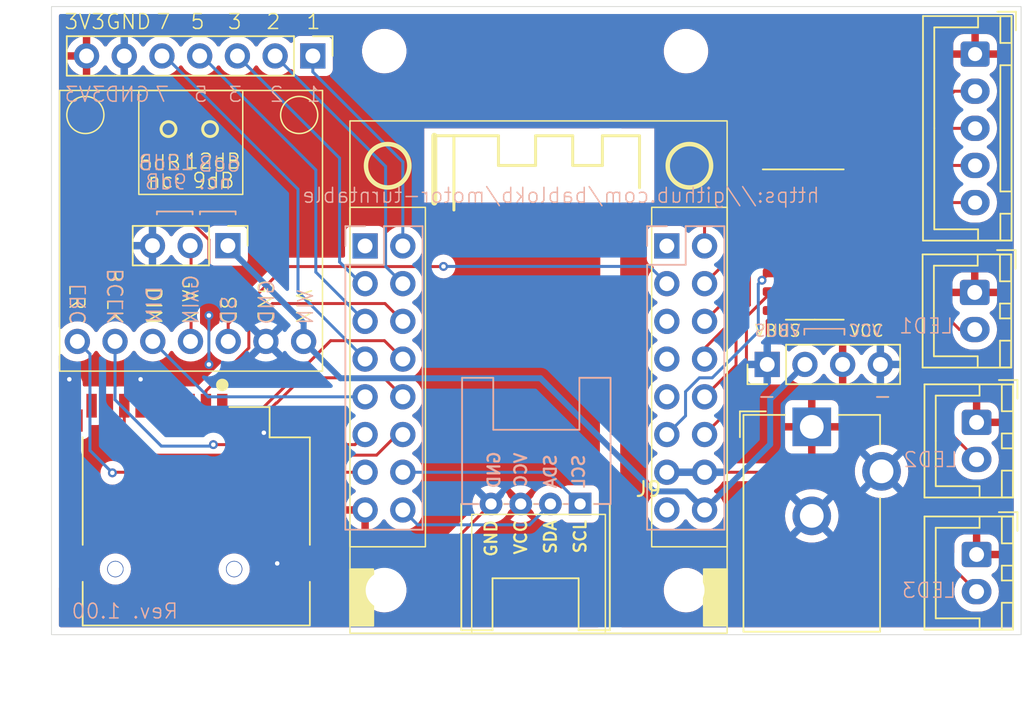
<source format=kicad_pcb>
(kicad_pcb (version 20221018) (generator pcbnew)
  (layers (0 "F.Cu" signal) (31 "B.Cu" signal) (34 "B.Paste" user) (35 "F.Paste" user) (36 "B.SilkS" user "B.Silkscreen") (37 "F.SilkS" user "F.Silkscreen") (38 "B.Mask" user) (39 "F.Mask" user) (44 "Edge.Cuts" user))
  (net 0 "")
  (net 2 "/GPIO1")
  (net 3 "/GPIO3")
  (net 4 "/GPIO2")
  (net 5 "/GPIO5")
  (net 6 "/GPIO4")
  (net 7 "/GPIO7")
  (net 8 "/GPIO6")
  (net 9 "/GPIO9")
  (net 10 "/GPIO8")
  (net 11 "/GPIO11")
  (net 12 "/GPIO10")
  (net 13 "/GPIO12")
  (net 14 "/GPIO13")
  (net 15 "+3V3")
  (net 16 "/GPIO14")
  (net 18 "/GPIO39")
  (net 19 "/GPIO37")
  (net 21 "/GPIO35")
  (net 23 "/GPIO33")
  (net 25 "/GPIO18")
  (net 26 "/GPIO17")
  (net 27 "/GPIO16")
  (net 29 "GND")
  (net 30 "/LED3")
  (net 31 "VBUS")
  (net 32 "VCC")
  (net 33 "/Orange")
  (net 34 "/Yellow")
  (net 35 "/Purple")
  (net 36 "/Blue")
  (net 37 "/LED1")
  (net 38 "/LED2")
  (net 42 "/I2S_GAIN")
  (net 43 "/GPIO38")
  (footprint "MountingHole:MountingHole_2.5mm" (layer "F.Cu") (at 118.13 116.1)
    (fp_text reference "H4" hide)
    (fp_text value "MountingHole")
    (pad "" np_thru_hole circle (at 0 0) (size 2.5 2.5) (drill 2.5) (layers "*.Cu" "*.Mask"))
  )
  (footprint "MountingHole:MountingHole_2.5mm" (layer "F.Cu") (at 118.13 79.8)
    (fp_text reference "H2" hide)
    (fp_text value "MountingHole")
    (pad "" np_thru_hole circle (at 0 0) (size 2.5 2.5) (drill 2.5) (layers "*.Cu" "*.Mask"))
  )
  (footprint "MountingHole:MountingHole_2.5mm" (layer "F.Cu") (at 97.81 79.8)
    (fp_text reference "H1" hide)
    (fp_text value "MountingHole")
    (pad "" np_thru_hole circle (at 0 0) (size 2.5 2.5) (drill 2.5) (layers "*.Cu" "*.Mask"))
  )
  (footprint "user:BarrelJack_CUI_PJ-102AH_Horizontal" (layer "F.Cu") (at 126.6 105.1)
    (fp_text reference "J11" hide)
    (fp_text value "Vin Barrel-Jack")
    (pad "1" thru_hole rect (at 0 0) (size 2.6 2.6) (drill 1.6) (layers "*.Cu" "*.Mask") (net 32 "VCC"))
    (pad "2" thru_hole circle (at 0 6) (size 2.6 2.6) (drill 1.6) (layers "*.Cu" "*.Mask") (net 29 "GND"))
    (pad "3" thru_hole circle (at 4.7 3) (size 2.6 2.6) (drill 1.6) (layers "*.Cu" "*.Mask") (net 29 "GND"))
  )
  (footprint "Connector_PinHeader_2.54mm:PinHeader_1x04_P2.54mm_Vertical" (layer "F.Cu") (at 123.6 100.9 90)
    (fp_text reference "J3" hide)
    (fp_text value "Conn_PWR")
    (pad "1" thru_hole rect (at 0 0 90) (size 1.7 1.7) (drill 1) (layers "*.Cu" "*.Mask") (net 29 "GND"))
    (pad "2" thru_hole oval (at 0 2.54 90) (size 1.7 1.7) (drill 1) (layers "*.Cu" "*.Mask") (net 31 "VBUS"))
    (pad "3" thru_hole oval (at 0 5.08 90) (size 1.7 1.7) (drill 1) (layers "*.Cu" "*.Mask") (net 32 "VCC"))
    (pad "4" thru_hole oval (at 0 7.62 90) (size 1.7 1.7) (drill 1) (layers "*.Cu" "*.Mask") (net 29 "GND"))
  )
  (footprint "Connector_PinHeader_2.54mm:PinHeader_1x03_P2.54mm_Vertical" (layer "F.Cu") (at 87.28 92.9 -90)
    (fp_text reference "JP1" hide)
    (fp_text value "JMP_GAIN")
    (pad "1" thru_hole rect (at 0 0 270) (size 1.7 1.7) (drill 1) (layers "*.Cu" "*.Mask") (net 31 "VBUS"))
    (pad "2" thru_hole oval (at 0 2.54 270) (size 1.7 1.7) (drill 1) (layers "*.Cu" "*.Mask") (net 42 "/I2S_GAIN"))
    (pad "3" thru_hole oval (at 0 5.08 270) (size 1.7 1.7) (drill 1) (layers "*.Cu" "*.Mask") (net 29 "GND"))
  )
  (footprint "Connector_JST:JST_XH_B2B-XH-A_1x02_P2.50mm_Vertical" (layer "F.Cu") (at 137.575 96.05 -90)
    (fp_text reference "J5" hide)
    (fp_text value "Conn_LED1")
    (pad "1" thru_hole roundrect (at 0 0 270) (size 1.7 2) (drill 1) (layers "*.Cu" "*.Mask") (roundrect_rratio 0.1470588235) (net 32 "VCC"))
    (pad "2" thru_hole oval (at 2.5 0 270) (size 1.7 2) (drill 1) (layers "*.Cu" "*.Mask") (net 37 "/LED1"))
  )
  (footprint "user:Lolin_S2_Mini" (layer "F.Cu") (at 95.5 84.5)
    (fp_text reference "REF**" hide)
    (fp_text value "Lolin_S2_Mini")
    (zone (net 0) (net_name "") (layers "F&B.Cu" "F.SilkS") (connect_pads (clearance 0)) (min_thickness 0.25)
      (keepout (tracks not_allowed) (vias not_allowed) (pads not_allowed) (copperpour not_allowed) (footprints allowed))
      (fill (thermal_gap 0.5) (thermal_bridge_width 0.5))
      (polygon (pts (xy 100.5 85) (xy 116 85) (xy 116 90) (xy 100.5 90)))
    )
  )
  (footprint "user:MAX98357A_Breakout" (layer "F.Cu") (at 92.38 99.35 -90)
    (fp_text reference "J7" hide)
    (fp_text value "Conn_I2S")
    (fp_text user "GND" (at -1.07 3.19 -90 unlocked) (layer "F.SilkS") (effects (font (thickness 0.1)) (justify right bottom)))
    (fp_text user "LRC" (at -1.05 15.86 -90 unlocked) (layer "F.SilkS") (effects (font (thickness 0.1)) (justify right bottom)))
    (fp_text user "DIN" (at -1.06 10.68 -90 unlocked) (layer "F.SilkS") (effects (font (thickness 0.1)) (justify right bottom)))
    (fp_text user "SD" (at -1.07 5.68 -90 unlocked) (layer "F.SilkS") (effects (font (thickness 0.1)) (justify right bottom)))
    (fp_text user "BCLK" (at -1.06 13.31 -90 unlocked) (layer "F.SilkS") (effects (font (thickness 0.1)) (justify right bottom)))
    (fp_text user "GAIN" (at -1.06 8.27 -90 unlocked) (layer "F.SilkS") (effects (font (thickness 0.1)) (justify right bottom)))
    (fp_text user "VIN" (at -1.06 0.6 -90 unlocked) (layer "F.SilkS") (effects (font (thickness 0.1)) (justify right bottom)))
    (pad "1" thru_hole circle (at 0 0 270) (size 1.7 1.7) (drill 1) (layers "*.Cu" "*.Mask") (net 31 "VBUS"))
    (pad "2" thru_hole circle (at 0 2.54 270) (size 1.7 1.7) (drill 1) (layers "*.Cu" "*.Mask") (net 29 "GND"))
    (pad "3" thru_hole circle (at 0 5.08 270) (size 1.7 1.7) (drill 1) (layers "*.Cu" "*.Mask") (net 43 "/GPIO38"))
    (pad "4" thru_hole circle (at 0 7.62 270) (size 1.7 1.7) (drill 1) (layers "*.Cu" "*.Mask") (net 42 "/I2S_GAIN"))
    (pad "5" thru_hole circle (at 0 10.16 270) (size 1.7 1.7) (drill 1) (layers "*.Cu" "*.Mask") (net 9 "/GPIO9"))
    (pad "6" thru_hole circle (at 0 12.7 270) (size 1.7 1.7) (drill 1) (layers "*.Cu" "*.Mask") (net 11 "/GPIO11"))
    (pad "7" thru_hole circle (at 0 15.24 270) (size 1.7 1.7) (drill 1) (layers "*.Cu" "*.Mask") (net 13 "/GPIO12"))
  )
  (footprint "user:grove_horizontal" (layer "F.Cu") (at 108 110.3)
    (fp_text reference "J9" (at 7.6 -1) (layer "F.SilkS"))
    (fp_text value "Grove")
    (fp_text user "SCL" (at 2.9 -2.2 -90) (layer "B.SilkS") (effects (font (size 0.8 0.8)) (justify mirror)))
    (fp_text user "VCC" (at -1 -2.3 -90) (layer "B.SilkS") (effects (font (size 0.8 0.8)) (justify mirror)))
    (fp_text user "SDA" (at 1 -2.2 -90) (layer "B.SilkS") (effects (font (size 0.8 0.8)) (justify mirror)))
    (fp_text user "GND" (at -2.8 -2.3 -90) (layer "B.SilkS") (effects (font (size 0.8 0.8)) (justify mirror)))
    (fp_text user "VCC" (at -1 2.238095 90) (layer "F.SilkS") (effects (font (size 0.8 0.8))))
    (fp_text user "SDA" (at 1 2.219048 90) (layer "F.SilkS") (effects (font (size 0.8 0.8))))
    (fp_text user "SCL" (at 3 2.2 90) (layer "F.SilkS") (effects (font (size 0.8 0.8))))
    (fp_text user "GND" (at -3 2.314286 90) (layer "F.SilkS") (effects (font (size 0.8 0.8))))
    (pad "1" thru_hole rect (at 3 0) (size 1.524 1.524) (drill 0.762) (layers "*.Cu" "*.Mask") (net 14 "/GPIO13"))
    (pad "2" thru_hole circle (at 1 0) (size 1.524 1.524) (drill 0.762) (layers "*.Cu" "*.Mask") (net 16 "/GPIO14"))
    (pad "3" thru_hole circle (at -1 0) (size 1.524 1.524) (drill 0.762) (layers "*.Cu" "*.Mask") (net 15 "+3V3"))
    (pad "4" thru_hole circle (at -3 0) (size 1.524 1.524) (drill 0.762) (layers "*.Cu" "*.Mask") (net 29 "GND"))
  )
  (footprint "user:TF-Push" (layer "F.Cu") (at 84.65 108.980278)
    (fp_text reference "J10" hide)
    (fp_text value "Micro_SD_TF_PUSH")
    (pad "" thru_hole circle (at -4.95 5.7) (size 1.1 1.1) (drill 1) (layers "*.Cu" "*.Mask"))
    (pad "" thru_hole circle (at 3.05 5.7) (size 1.1 1.1) (drill 1) (layers "*.Cu" "*.Mask"))
    (pad "1" smd rect (at 2.25 -5.3) (size 0.7 1.6) (layers "F.Cu" "F.Paste" "F.Mask"))
    (pad "2" smd rect (at 1.15 -5.3) (size 0.7 1.6) (layers "F.Cu" "F.Paste" "F.Mask") (net 6 "/GPIO4"))
    (pad "3" smd rect (at 0.05 -5.3) (size 0.7 1.6) (layers "F.Cu" "F.Paste" "F.Mask") (net 8 "/GPIO6"))
    (pad "4" smd rect (at -1.05 -5.3) (size 0.7 1.6) (layers "F.Cu" "F.Paste" "F.Mask") (net 15 "+3V3"))
    (pad "5" smd rect (at -2.15 -5.3) (size 0.7 1.6) (layers "F.Cu" "F.Paste" "F.Mask") (net 10 "/GPIO8"))
    (pad "6" smd rect (at -3.25 -5.3) (size 0.7 1.6) (layers "F.Cu" "F.Paste" "F.Mask") (net 29 "GND"))
    (pad "7" smd rect (at -4.35 -5.3) (size 0.7 1.6) (layers "F.Cu" "F.Paste" "F.Mask") (net 12 "/GPIO10"))
    (pad "8" smd rect (at -5.45 -5.3) (size 0.7 1.6) (layers "F.Cu" "F.Paste" "F.Mask"))
    (pad "10" smd rect (at -7.75 -4.3) (size 1.2 1.5) (layers "F.Cu" "F.Paste" "F.Mask") (net 29 "GND"))
    (pad "11" smd rect (at -7.75 5.3) (size 1.2 2.2) (layers "F.Cu" "F.Paste" "F.Mask") (net 29 "GND"))
    (pad "12" smd rect (at 7.75 5.3) (size 1.2 2.2) (layers "F.Cu" "F.Paste" "F.Mask") (net 29 "GND"))
    (pad "13" smd rect (at 6.85 -4.3) (size 1.6 1.5) (layers "F.Cu" "F.Paste" "F.Mask") (net 29 "GND"))
    (pad "CD" smd rect (at -6.55 -5.3) (size 0.7 1.6) (layers "F.Cu" "F.Paste" "F.Mask"))
  )
  (footprint "Connector_JST:JST_XH_B2B-XH-A_1x02_P2.50mm_Vertical" (layer "F.Cu") (at 137.7 104.8 -90)
    (fp_text reference "J12" hide)
    (fp_text value "Conn_LED2")
    (pad "1" thru_hole roundrect (at 0 0 270) (size 1.7 2) (drill 1) (layers "*.Cu" "*.Mask") (roundrect_rratio 0.1470588235) (net 32 "VCC"))
    (pad "2" thru_hole oval (at 2.5 0 270) (size 1.7 2) (drill 1) (layers "*.Cu" "*.Mask") (net 38 "/LED2"))
  )
  (footprint "Connector_JST:JST_XH_B5B-XH-A_1x05_P2.50mm_Vertical" (layer "F.Cu") (at 137.6 80 -90)
    (fp_text reference "J4" hide)
    (fp_text value "Conn_Motor")
    (pad "1" thru_hole roundrect (at 0 0 270) (size 1.7 1.95) (drill 0.95) (layers "*.Cu" "*.Mask") (roundrect_rratio 0.1470588235) (net 32 "VCC"))
    (pad "2" thru_hole oval (at 2.5 0 270) (size 1.7 1.95) (drill 0.95) (layers "*.Cu" "*.Mask") (net 33 "/Orange"))
    (pad "3" thru_hole oval (at 5 0 270) (size 1.7 1.95) (drill 0.95) (layers "*.Cu" "*.Mask") (net 34 "/Yellow"))
    (pad "4" thru_hole oval (at 7.5 0 270) (size 1.7 1.95) (drill 0.95) (layers "*.Cu" "*.Mask") (net 35 "/Purple"))
    (pad "5" thru_hole oval (at 10 0 270) (size 1.7 1.95) (drill 0.95) (layers "*.Cu" "*.Mask") (net 36 "/Blue"))
  )
  (footprint "Package_SO:SOP-16_3.9x9.9mm_P1.27mm" (layer "F.Cu") (at 126.8 92.825)
    (fp_text reference "U1" hide)
    (fp_text value "ULN2003A")
    (pad "1" smd roundrect (at -2.5 -4.445) (size 2 0.6) (layers "F.Cu" "F.Paste" "F.Mask") (net 18 "/GPIO39"))
    (pad "2" smd roundrect (at -2.5 -3.175) (size 2 0.6) (layers "F.Cu" "F.Paste" "F.Mask") (net 19 "/GPIO37"))
    (pad "3" smd roundrect (at -2.5 -1.905) (size 2 0.6) (layers "F.Cu" "F.Paste" "F.Mask") (net 21 "/GPIO35"))
    (pad "4" smd roundrect (at -2.5 -0.635) (size 2 0.6) (layers "F.Cu" "F.Paste" "F.Mask") (net 23 "/GPIO33"))
    (pad "5" smd roundrect (at -2.5 0.635) (size 2 0.6) (layers "F.Cu" "F.Paste" "F.Mask") (net 25 "/GPIO18"))
    (pad "6" smd roundrect (at -2.5 1.905) (size 2 0.6) (layers "F.Cu" "F.Paste" "F.Mask") (net 26 "/GPIO17"))
    (pad "7" smd roundrect (at -2.5 3.175) (size 2 0.6) (layers "F.Cu" "F.Paste" "F.Mask") (net 27 "/GPIO16"))
    (pad "8" smd roundrect (at -2.5 4.445) (size 2 0.6) (layers "F.Cu" "F.Paste" "F.Mask") (net 29 "GND"))
    (pad "9" smd roundrect (at 2.5 4.445) (size 2 0.6) (layers "F.Cu" "F.Paste" "F.Mask") (net 32 "VCC"))
    (pad "10" smd roundrect (at 2.5 3.175) (size 2 0.6) (layers "F.Cu" "F.Paste" "F.Mask") (net 30 "/LED3"))
    (pad "11" smd roundrect (at 2.5 1.905) (size 2 0.6) (layers "F.Cu" "F.Paste" "F.Mask") (net 38 "/LED2"))
    (pad "12" smd roundrect (at 2.5 0.635) (size 2 0.6) (layers "F.Cu" "F.Paste" "F.Mask") (net 37 "/LED1"))
    (pad "13" smd roundrect (at 2.5 -0.635) (size 2 0.6) (layers "F.Cu" "F.Paste" "F.Mask") (net 36 "/Blue"))
    (pad "14" smd roundrect (at 2.5 -1.905) (size 2 0.6) (layers "F.Cu" "F.Paste" "F.Mask") (net 35 "/Purple"))
    (pad "15" smd roundrect (at 2.5 -3.175) (size 2 0.6) (layers "F.Cu" "F.Paste" "F.Mask") (net 34 "/Yellow"))
    (pad "16" smd roundrect (at 2.5 -4.445) (size 2 0.6) (layers "F.Cu" "F.Paste" "F.Mask") (net 33 "/Orange"))
  )
  (footprint "MountingHole:MountingHole_2.5mm" (layer "F.Cu") (at 97.81 116.1)
    (fp_text reference "H3" hide)
    (fp_text value "MountingHole")
    (pad "" np_thru_hole circle (at 0 0) (size 2.5 2.5) (drill 2.5) (layers "*.Cu" "*.Mask"))
  )
  (footprint "Connector_JST:JST_XH_B2B-XH-A_1x02_P2.50mm_Vertical" (layer "F.Cu") (at 137.7 113.7 -90)
    (fp_text reference "J6" hide)
    (fp_text value "Conn_LED3")
    (pad "1" thru_hole roundrect (at 0 0 270) (size 1.7 2) (drill 1) (layers "*.Cu" "*.Mask") (roundrect_rratio 0.1470588235) (net 32 "VCC"))
    (pad "2" thru_hole oval (at 2.5 0 270) (size 1.7 2) (drill 1) (layers "*.Cu" "*.Mask") (net 30 "/LED3"))
  )
  (footprint "Connector_PinHeader_2.54mm:PinHeader_1x07_P2.54mm_Vertical" (layer "F.Cu") (at 93 80.125 -90)
    (fp_text reference "J8" hide)
    (fp_text value "Conn_BTN")
    (pad "1" thru_hole rect (at 0 0 270) (size 1.7 1.7) (drill 1) (layers "*.Cu" "*.Mask") (net 2 "/GPIO1"))
    (pad "2" thru_hole oval (at 0 2.54 270) (size 1.7 1.7) (drill 1) (layers "*.Cu" "*.Mask") (net 4 "/GPIO2"))
    (pad "3" thru_hole oval (at 0 5.08 270) (size 1.7 1.7) (drill 1) (layers "*.Cu" "*.Mask") (net 3 "/GPIO3"))
    (pad "4" thru_hole oval (at 0 7.62 270) (size 1.7 1.7) (drill 1) (layers "*.Cu" "*.Mask") (net 5 "/GPIO5"))
    (pad "5" thru_hole oval (at 0 10.16 270) (size 1.7 1.7) (drill 1) (layers "*.Cu" "*.Mask") (net 7 "/GPIO7"))
    (pad "6" thru_hole oval (at 0 12.7 270) (size 1.7 1.7) (drill 1) (layers "*.Cu" "*.Mask") (net 29 "GND"))
    (pad "7" thru_hole oval (at 0 15.24 270) (size 1.7 1.7) (drill 1) (layers "*.Cu" "*.Mask") (net 15 "+3V3"))
  )
  (footprint "Connector_PinSocket_2.54mm:PinSocket_2x08_P2.54mm_Vertical" (layer "B.Cu") (at 116.84 92.92 180)
    (fp_text reference "J2" hide)
    (fp_text value "Conn_S2_Right" hide)
    (pad "1" thru_hole rect (at 0 0 180) (size 1.7 1.7) (drill 1) (layers "*.Cu" "*.Mask"))
    (pad "2" thru_hole oval (at -2.54 0 180) (size 1.7 1.7) (drill 1) (layers "*.Cu" "*.Mask") (net 18 "/GPIO39"))
    (pad "3" thru_hole oval (at 0 -2.54 180) (size 1.7 1.7) (drill 1) (layers "*.Cu" "*.Mask") (net 43 "/GPIO38"))
    (pad "4" thru_hole oval (at -2.54 -2.54 180) (size 1.7 1.7) (drill 1) (layers "*.Cu" "*.Mask") (net 19 "/GPIO37"))
    (pad "5" thru_hole oval (at 0 -5.08 180) (size 1.7 1.7) (drill 1) (layers "*.Cu" "*.Mask"))
    (pad "6" thru_hole oval (at -2.54 -5.08 180) (size 1.7 1.7) (drill 1) (layers "*.Cu" "*.Mask") (net 21 "/GPIO35"))
    (pad "7" thru_hole oval (at 0 -7.62 180) (size 1.7 1.7) (drill 1) (layers "*.Cu" "*.Mask"))
    (pad "8" thru_hole oval (at -2.54 -7.62 180) (size 1.7 1.7) (drill 1) (layers "*.Cu" "*.Mask") (net 23 "/GPIO33"))
    (pad "9" thru_hole oval (at 0 -10.16 180) (size 1.7 1.7) (drill 1) (layers "*.Cu" "*.Mask"))
    (pad "10" thru_hole oval (at -2.54 -10.16 180) (size 1.7 1.7) (drill 1) (layers "*.Cu" "*.Mask") (net 25 "/GPIO18"))
    (pad "11" thru_hole oval (at 0 -12.7 180) (size 1.7 1.7) (drill 1) (layers "*.Cu" "*.Mask") (net 26 "/GPIO17"))
    (pad "12" thru_hole oval (at -2.54 -12.7 180) (size 1.7 1.7) (drill 1) (layers "*.Cu" "*.Mask") (net 27 "/GPIO16"))
    (pad "13" thru_hole oval (at 0 -15.24 180) (size 1.7 1.7) (drill 1) (layers "*.Cu" "*.Mask") (net 29 "GND"))
    (pad "14" thru_hole oval (at -2.54 -15.24 180) (size 1.7 1.7) (drill 1) (layers "*.Cu" "*.Mask") (net 29 "GND"))
    (pad "15" thru_hole oval (at 0 -17.78 180) (size 1.7 1.7) (drill 1) (layers "*.Cu" "*.Mask"))
    (pad "16" thru_hole oval (at -2.54 -17.78 180) (size 1.7 1.7) (drill 1) (layers "*.Cu" "*.Mask") (net 31 "VBUS"))
  )
  (footprint "Connector_PinSocket_2.54mm:PinSocket_2x08_P2.54mm_Vertical" (layer "B.Cu") (at 96.52 92.92 180)
    (fp_text reference "J1" hide)
    (fp_text value "Conn_S2_Left" hide)
    (pad "1" thru_hole rect (at 0 0 180) (size 1.7 1.7) (drill 1) (layers "*.Cu" "*.Mask"))
    (pad "2" thru_hole oval (at -2.54 0 180) (size 1.7 1.7) (drill 1) (layers "*.Cu" "*.Mask") (net 2 "/GPIO1"))
    (pad "3" thru_hole oval (at 0 -2.54 180) (size 1.7 1.7) (drill 1) (layers "*.Cu" "*.Mask") (net 3 "/GPIO3"))
    (pad "4" thru_hole oval (at -2.54 -2.54 180) (size 1.7 1.7) (drill 1) (layers "*.Cu" "*.Mask") (net 4 "/GPIO2"))
    (pad "5" thru_hole oval (at 0 -5.08 180) (size 1.7 1.7) (drill 1) (layers "*.Cu" "*.Mask") (net 5 "/GPIO5"))
    (pad "6" thru_hole oval (at -2.54 -5.08 180) (size 1.7 1.7) (drill 1) (layers "*.Cu" "*.Mask") (net 6 "/GPIO4"))
    (pad "7" thru_hole oval (at 0 -7.62 180) (size 1.7 1.7) (drill 1) (layers "*.Cu" "*.Mask") (net 7 "/GPIO7"))
    (pad "8" thru_hole oval (at -2.54 -7.62 180) (size 1.7 1.7) (drill 1) (layers "*.Cu" "*.Mask") (net 8 "/GPIO6"))
    (pad "9" thru_hole oval (at 0 -10.16 180) (size 1.7 1.7) (drill 1) (layers "*.Cu" "*.Mask") (net 9 "/GPIO9"))
    (pad "10" thru_hole oval (at -2.54 -10.16 180) (size 1.7 1.7) (drill 1) (layers "*.Cu" "*.Mask") (net 10 "/GPIO8"))
    (pad "11" thru_hole oval (at 0 -12.7 180) (size 1.7 1.7) (drill 1) (layers "*.Cu" "*.Mask") (net 11 "/GPIO11"))
    (pad "12" thru_hole oval (at -2.54 -12.7 180) (size 1.7 1.7) (drill 1) (layers "*.Cu" "*.Mask") (net 12 "/GPIO10"))
    (pad "13" thru_hole oval (at 0 -15.24 180) (size 1.7 1.7) (drill 1) (layers "*.Cu" "*.Mask") (net 13 "/GPIO12"))
    (pad "14" thru_hole oval (at -2.54 -15.24 180) (size 1.7 1.7) (drill 1) (layers "*.Cu" "*.Mask") (net 14 "/GPIO13"))
    (pad "15" thru_hole oval (at 0 -17.78 180) (size 1.7 1.7) (drill 1) (layers "*.Cu" "*.Mask") (net 15 "+3V3"))
    (pad "16" thru_hole oval (at -2.54 -17.78 180) (size 1.7 1.7) (drill 1) (layers "*.Cu" "*.Mask") (net 16 "/GPIO14"))
  )
  (gr_line (start 85.4 90.6) (end 85.4 90.8) (stroke (width 0.1)) (layer "B.SilkS"))
  (gr_line (start 84.9 90.6) (end 82.5 90.6) (stroke (width 0.1)) (layer "B.SilkS"))
  (gr_line (start 82.5 90.6) (end 82.5 90.8) (stroke (width 0.1)) (layer "B.SilkS"))
  (gr_line (start 87.8 90.6) (end 85.4 90.6) (stroke (width 0.1)) (layer "B.SilkS"))
  (gr_line (start 126.1 98.5) (end 128.8 98.5) (stroke (width 0.1)) (layer "B.SilkS"))
  (gr_line (start 84.9 90.8) (end 84.9 90.6) (stroke (width 0.1)) (layer "B.SilkS"))
  (gr_line (start 128.8 98.5) (end 128.8 98.9) (stroke (width 0.1)) (layer "B.SilkS"))
  (gr_line (start 126.1 98.9) (end 126.1 98.5) (stroke (width 0.1)) (layer "B.SilkS"))
  (gr_line (start 87.8 90.8) (end 87.8 90.6) (stroke (width 0.1)) (layer "B.SilkS"))
  (gr_line (start 126.1 98.5) (end 128.8 98.5) (stroke (width 0.1)) (layer "F.SilkS"))
  (gr_line (start 87.8 90.8) (end 87.8 90.6) (stroke (width 0.1)) (layer "F.SilkS"))
  (gr_line (start 84.9 90.8) (end 84.9 90.6) (stroke (width 0.1)) (layer "F.SilkS"))
  (gr_line (start 126.1 98.9) (end 126.1 98.5) (stroke (width 0.1)) (layer "F.SilkS"))
  (gr_line (start 84.9 90.6) (end 82.5 90.6) (stroke (width 0.1)) (layer "F.SilkS"))
  (gr_line (start 82.5 90.6) (end 82.5 90.8) (stroke (width 0.1)) (layer "F.SilkS"))
  (gr_line (start 85.4 90.6) (end 85.4 90.8) (stroke (width 0.1)) (layer "F.SilkS"))
  (gr_line (start 87.8 90.6) (end 85.4 90.6) (stroke (width 0.1)) (layer "F.SilkS"))
  (gr_line (start 128.8 98.5) (end 128.8 98.9) (stroke (width 0.1)) (layer "F.SilkS"))
  (gr_rect (start 75.4 76.8) (end 140.7 119.1) (stroke (width 0.05)) (fill none) (layer "Edge.Cuts"))
  (gr_text "1" (at 93.6 83.3) (layer "B.SilkS") (effects (font (size 1 1) (thickness 0.1)) (justify left bottom mirror)))
  (gr_text "7" (at 83.4 83.3) (layer "B.SilkS") (effects (font (size 1 1) (thickness 0.1)) (justify left bottom mirror)))
  (gr_text "DIN" (at 82.9 98.2 90) (layer "B.SilkS") (effects (font (size 1 1) (thickness 0.1)) (justify right bottom mirror)))
  (gr_text "GAIN" (at 85.4 98.3 90) (layer "B.SilkS") (effects (font (size 1 1) (thickness 0.1)) (justify right bottom mirror)))
  (gr_text "VBUS" (at 125.9 99.1) (layer "B.SilkS") (effects (font (size 0.8 0.8) (thickness 0.1)) (justify left bottom mirror)))
  (gr_text "LRC" (at 77.8 98.3 90) (layer "B.SilkS") (effects (font (size 1 1) (thickness 0.1)) (justify right bottom mirror)))
  (gr_text "SD" (at 87.9 98.3 90) (layer "B.SilkS") (effects (font (size 1 1) (thickness 0.1)) (justify right bottom mirror)))
  (gr_text "3V3" (at 79.1 83.3) (layer "B.SilkS") (effects (font (size 1 1) (thickness 0.1)) (justify left bottom mirror)))
  (gr_text "https://github.com/bablokb/motor-turntable" (at 127.2 90.1) (layer "B.SilkS") (effects (font (size 1 1) (thickness 0.1)) (justify left bottom mirror)))
  (gr_text "2" (at 91.1 83.3) (layer "B.SilkS") (effects (font (size 1 1) (thickness 0.1)) (justify left bottom mirror)))
  (gr_text "LED1" (at 136.2 98.9) (layer "B.SilkS") (effects (font (size 1 1) (thickness 0.1)) (justify left bottom mirror)))
  (gr_text "-" (at 132.038094 103.6) (layer "B.SilkS") (effects (font (size 1 1) (thickness 0.1)) (justify left bottom mirror)))
  (gr_text "VIN" (at 93.1 98.3 90) (layer "B.SilkS") (effects (font (size 1 1) (thickness 0.1)) (justify right bottom mirror)))
  (gr_text "GND" (at 82.1 83.3) (layer "B.SilkS") (effects (font (size 1 1) (thickness 0.1)) (justify left bottom mirror)))
  (gr_text "LED3" (at 136.4 116.7) (layer "B.SilkS") (effects (font (size 1 1) (thickness 0.1)) (justify left bottom mirror)))
  (gr_text "nc: 9dB" (at 87.6 89.2) (layer "B.SilkS") (effects (font (size 1 1) (thickness 0.1)) (justify left bottom mirror)))
  (gr_text "-" (at 124.238094 103.6) (layer "B.SilkS") (effects (font (size 1 1) (thickness 0.1)) (justify left bottom mirror)))
  (gr_text "5" (at 86 83.3) (layer "B.SilkS") (effects (font (size 1 1) (thickness 0.1)) (justify left bottom mirror)))
  (gr_text "BCLK" (at 80.3 98.3 90) (layer "B.SilkS") (effects (font (size 1 1) (thickness 0.1)) (justify right bottom mirror)))
  (gr_text "Rev. 1.00" (at 84 118.1) (layer "B.SilkS") (effects (font (size 1 1) (thickness 0.1)) (justify left bottom mirror)))
  (gr_text "6dB" (at 88.2 88) (layer "B.SilkS") (effects (font (size 1 1) (thickness 0.1)) (justify left bottom mirror)))
  (gr_text "12dB" (at 85.1 87.9) (layer "B.SilkS") (effects (font (size 1 1) (thickness 0.1)) (justify left bottom mirror)))
  (gr_text "GND" (at 90.5 98.3 90) (layer "B.SilkS") (effects (font (size 1 1) (thickness 0.1)) (justify right bottom mirror)))
  (gr_text "LED2" (at 136.5 107.9) (layer "B.SilkS") (effects (font (size 1 1) (thickness 0.1)) (justify left bottom mirror)))
  (gr_text "VCC" (at 131.4 99.1) (layer "B.SilkS") (effects (font (size 0.8 0.8) (thickness 0.1)) (justify left bottom mirror)))
  (gr_text "3" (at 88.3 83.3) (layer "B.SilkS") (effects (font (size 1 1) (thickness 0.1)) (justify left bottom mirror)))
  (gr_text "VCC" (at 129.1 99.1) (layer "F.SilkS") (effects (font (size 0.8 0.8) (thickness 0.1)) (justify left bottom)))
  (gr_text "3" (at 87.2 78.4) (layer "F.SilkS") (effects (font (size 1 1) (thickness 0.1)) (justify left bottom)))
  (gr_text "6dB" (at 81.209524 87.9) (layer "F.SilkS") (effects (font (size 1 1) (thickness 0.1)) (justify left bottom)))
  (gr_text "12dB" (at 84.309524 87.8) (layer "F.SilkS") (effects (font (size 1 1) (thickness 0.1)) (justify left bottom)))
  (gr_text "VBUS" (at 122.7 99.1) (layer "F.SilkS") (effects (font (size 0.8 0.8) (thickness 0.1)) (justify left bottom)))
  (gr_text "1" (at 92.5 78.4) (layer "F.SilkS") (effects (font (size 1 1) (thickness 0.1)) (justify left bottom)))
  (gr_text "-" (at 122.9 103.6) (layer "F.SilkS") (effects (font (size 1 1) (thickness 0.1)) (justify left bottom)))
  (gr_text "5" (at 84.7 78.4) (layer "F.SilkS") (effects (font (size 1 1) (thickness 0.1)) (justify left bottom)))
  (gr_text "2" (at 89.8 78.4) (layer "F.SilkS") (effects (font (size 1 1) (thickness 0.1)) (justify left bottom)))
  (gr_text "-" (at 130.7 103.6) (layer "F.SilkS") (effects (font (size 1 1) (thickness 0.1)) (justify left bottom)))
  (gr_text "nc: 9dB" (at 81.809524 89.1) (layer "F.SilkS") (effects (font (size 1 1) (thickness 0.1)) (justify left bottom)))
  (gr_text "3V3" (at 76.2 78.4) (layer "F.SilkS") (effects (font (size 1 1) (thickness 0.1)) (justify left bottom)))
  (gr_text "GND" (at 79 78.4) (layer "F.SilkS") (effects (font (size 1 1) (thickness 0.1)) (justify left bottom)))
  (gr_text "7" (at 82.4 78.4) (layer "F.SilkS") (effects (font (size 1 1) (thickness 0.1)) (justify left bottom)))
  (segment (start 93 80.125) (end 93 81.2) (width 0.2) (layer "B.Cu") (net 2))
  (segment (start 99.06 87.26) (end 99.06 92.92) (width 0.2) (layer "B.Cu") (net 2))
  (segment (start 93 81.2) (end 99.06 87.26) (width 0.2) (layer "B.Cu") (net 2))
  (segment (start 94.8 87.005) (end 87.92 80.125) (width 0.2) (layer "B.Cu") (net 3))
  (segment (start 96.26 95.46) (end 94.8 94) (width 0.2) (layer "B.Cu") (net 3))
  (segment (start 96.52 95.46) (end 96.26 95.46) (width 0.2) (layer "B.Cu") (net 3))
  (segment (start 94.8 94) (end 94.8 87.005) (width 0.2) (layer "B.Cu") (net 3))
  (segment (start 97.9 94.3) (end 97.9 87.565) (width 0.2) (layer "B.Cu") (net 4))
  (segment (start 97.9 87.565) (end 90.46 80.125) (width 0.2) (layer "B.Cu") (net 4))
  (segment (start 99.06 95.46) (end 97.9 94.3) (width 0.2) (layer "B.Cu") (net 4))
  (segment (start 93.2 94.68) (end 93.2 87.8) (width 0.2) (layer "B.Cu") (net 5))
  (segment (start 96.52 98) (end 93.2 94.68) (width 0.2) (layer "B.Cu") (net 5))
  (segment (start 85.525 80.125) (end 85.38 80.125) (width 0.2) (layer "B.Cu") (net 5))
  (segment (start 93.2 87.8) (end 85.525 80.125) (width 0.2) (layer "B.Cu") (net 5))
  (segment (start 88.69 98.383376) (end 90.273376 96.8) (width 0.2) (layer "F.Cu") (net 6))
  (segment (start 85.8 103.680278) (end 85.8 102.680278) (width 0.2) (layer "F.Cu") (net 6))
  (segment (start 85.8 102.680278) (end 88.69 99.790278) (width 0.2) (layer "F.Cu") (net 6))
  (segment (start 88.69 99.790278) (end 88.69 98.383376) (width 0.2) (layer "F.Cu") (net 6))
  (segment (start 90.273376 96.8) (end 97.86 96.8) (width 0.2) (layer "F.Cu") (net 6))
  (segment (start 97.86 96.8) (end 99.06 98) (width 0.2) (layer "F.Cu") (net 6))
  (segment (start 92 89.1) (end 83.025 80.125) (width 0.2) (layer "B.Cu") (net 7))
  (segment (start 96.52 100.54) (end 92 96.02) (width 0.2) (layer "B.Cu") (net 7))
  (segment (start 83.025 80.125) (end 82.84 80.125) (width 0.2) (layer "B.Cu") (net 7))
  (segment (start 92 96.02) (end 92 89.1) (width 0.2) (layer "B.Cu") (net 7))
  (segment (start 88.664592 104.8) (end 90.364592 103.1) (width 0.2) (layer "F.Cu") (net 8))
  (segment (start 90.4 103.1) (end 94.2 99.3) (width 0.2) (layer "F.Cu") (net 8))
  (segment (start 84.819722 104.8) (end 88.664592 104.8) (width 0.2) (layer "F.Cu") (net 8))
  (segment (start 90.364592 103.1) (end 90.4 103.1) (width 0.2) (layer "F.Cu") (net 8))
  (segment (start 84.7 104.680278) (end 84.819722 104.8) (width 0.2) (layer "F.Cu") (net 8))
  (segment (start 84.7 103.680278) (end 84.7 104.680278) (width 0.2) (layer "F.Cu") (net 8))
  (segment (start 97.82 99.3) (end 99.06 100.54) (width 0.2) (layer "F.Cu") (net 8))
  (segment (start 94.2 99.3) (end 97.82 99.3) (width 0.2) (layer "F.Cu") (net 8))
  (segment (start 85.95 103.08) (end 96.52 103.08) (width 0.2) (layer "B.Cu") (net 9))
  (segment (start 82.22 99.35) (end 85.95 103.08) (width 0.2) (layer "B.Cu") (net 9))
  (segment (start 90.565686 103.5) (end 92.265686 101.8) (width 0.2) (layer "F.Cu") (net 10))
  (segment (start 97.78 101.8) (end 99.06 103.08) (width 0.2) (layer "F.Cu") (net 10))
  (segment (start 83.119722 105.3) (end 88.730278 105.3) (width 0.2) (layer "F.Cu") (net 10))
  (segment (start 90.530278 103.5) (end 90.565686 103.5) (width 0.2) (layer "F.Cu") (net 10))
  (segment (start 92.265686 101.8) (end 97.78 101.8) (width 0.2) (layer "F.Cu") (net 10))
  (segment (start 88.730278 105.3) (end 90.530278 103.5) (width 0.2) (layer "F.Cu") (net 10))
  (segment (start 82.5 103.680278) (end 82.5 104.680278) (width 0.2) (layer "F.Cu") (net 10))
  (segment (start 82.5 104.680278) (end 83.119722 105.3) (width 0.2) (layer "F.Cu") (net 10))
  (segment (start 95.84 106.3) (end 96.52 105.62) (width 0.2) (layer "F.Cu") (net 11))
  (segment (start 86.3 106.3) (end 95.84 106.3) (width 0.2) (layer "F.Cu") (net 11))
  (via (at 86.3 106.3) (size 0.6) (drill 0.3) (layers "F.Cu" "B.Cu") (net 11))
  (segment (start 86.2 106.4) (end 86.3 106.3) (width 0.2) (layer "B.Cu") (net 11))
  (segment (start 82.8 106.4) (end 86.2 106.4) (width 0.2) (layer "B.Cu") (net 11))
  (segment (start 79.68 99.35) (end 79.68 103.28) (width 0.2) (layer "B.Cu") (net 11))
  (segment (start 79.68 103.28) (end 82.8 106.4) (width 0.2) (layer "B.Cu") (net 11))
  (segment (start 98.68 105.62) (end 99.06 105.62) (width 0.2) (layer "F.Cu") (net 12))
  (segment (start 81.561471 107.01) (end 97.29 107.01) (width 0.2) (layer "F.Cu") (net 12))
  (segment (start 97.29 107.01) (end 98.68 105.62) (width 0.2) (layer "F.Cu") (net 12))
  (segment (start 80.3 105.748529) (end 81.561471 107.01) (width 0.2) (layer "F.Cu") (net 12))
  (segment (start 80.3 103.680278) (end 80.3 105.748529) (width 0.2) (layer "F.Cu") (net 12))
  (segment (start 79.54 108.16) (end 96.52 108.16) (width 0.2) (layer "F.Cu") (net 13))
  (segment (start 79.5 108.2) (end 79.54 108.16) (width 0.2) (layer "F.Cu") (net 13))
  (via (at 79.5 108.2) (size 0.6) (drill 0.3) (layers "F.Cu" "B.Cu") (net 13))
  (segment (start 77.99 100.2) (end 77.99 106.69) (width 0.2) (layer "B.Cu") (net 13))
  (segment (start 77.14 99.35) (end 77.99 100.2) (width 0.2) (layer "B.Cu") (net 13))
  (segment (start 77.99 106.69) (end 79.5 108.2) (width 0.2) (layer "B.Cu") (net 13))
  (segment (start 108.86 108.16) (end 111 110.3) (width 0.2) (layer "B.Cu") (net 14))
  (segment (start 99.06 108.16) (end 108.86 108.16) (width 0.2) (layer "B.Cu") (net 14))
  (segment (start 86 97.6) (end 86 92.5) (width 0.2) (layer "F.Cu") (net 15))
  (segment (start 77.76 84.26) (end 77.76 80.125) (width 0.2) (layer "F.Cu") (net 15))
  (segment (start 86 92.5) (end 77.76 84.26) (width 0.2) (layer "F.Cu") (net 15))
  (via (at 86 97.6) (size 0.6) (drill 0.3) (layers "F.Cu" "B.Cu") (net 15))
  (via (at 86 100.9) (size 0.6) (drill 0.3) (layers "F.Cu" "B.Cu") (net 15))
  (segment (start 86 100.9) (end 86 97.6) (width 0.2) (layer "B.Cu") (net 15))
  (segment (start 109 110.3) (end 107.6 111.7) (width 0.2) (layer "B.Cu") (net 16))
  (segment (start 100.06 111.7) (end 99.06 110.7) (width 0.2) (layer "B.Cu") (net 16))
  (segment (start 107.6 111.7) (end 100.06 111.7) (width 0.2) (layer "B.Cu") (net 16))
  (segment (start 122.52 88.38) (end 119.38 91.52) (width 0.2) (layer "F.Cu") (net 18))
  (segment (start 124.3 88.38) (end 122.52 88.38) (width 0.2) (layer "F.Cu") (net 18))
  (segment (start 119.38 91.52) (end 119.38 92.92) (width 0.2) (layer "F.Cu") (net 18))
  (segment (start 122.65 89.65) (end 121.1 91.2) (width 0.2) (layer "F.Cu") (net 19))
  (segment (start 124.3 89.65) (end 122.65 89.65) (width 0.2) (layer "F.Cu") (net 19))
  (segment (start 121.1 93.74) (end 119.38 95.46) (width 0.2) (layer "F.Cu") (net 19))
  (segment (start 121.1 91.2) (end 121.1 93.74) (width 0.2) (layer "F.Cu") (net 19))
  (segment (start 121.6 95.78) (end 121.6 92.3) (width 0.2) (layer "F.Cu") (net 21))
  (segment (start 121.6 92.3) (end 122.98 90.92) (width 0.2) (layer "F.Cu") (net 21))
  (segment (start 119.38 98) (end 121.6 95.78) (width 0.2) (layer "F.Cu") (net 21))
  (segment (start 122.98 90.92) (end 124.3 90.92) (width 0.2) (layer "F.Cu") (net 21))
  (segment (start 123.61 92.19) (end 124.3 92.19) (width 0.2) (layer "F.Cu") (net 23))
  (segment (start 122 93.8) (end 123.61 92.19) (width 0.2) (layer "F.Cu") (net 23))
  (segment (start 119.38 100.54) (end 119.38 99.82) (width 0.2) (layer "F.Cu") (net 23))
  (segment (start 121.1 97.3) (end 122 96.4) (width 0.2) (layer "F.Cu") (net 23))
  (segment (start 122 96.4) (end 122 93.8) (width 0.2) (layer "F.Cu") (net 23))
  (segment (start 121.1 98.1) (end 121.1 97.3) (width 0.2) (layer "F.Cu") (net 23))
  (segment (start 119.38 99.82) (end 121.1 98.1) (width 0.2) (layer "F.Cu") (net 23))
  (segment (start 123.300001 93.46) (end 122.4 94.360001) (width 0.2) (layer "F.Cu") (net 25))
  (segment (start 122.4 96.9) (end 121.5 97.8) (width 0.2) (layer "F.Cu") (net 25))
  (segment (start 121.5 97.8) (end 121.5 100.96) (width 0.2) (layer "F.Cu") (net 25))
  (segment (start 121.5 100.96) (end 119.38 103.08) (width 0.2) (layer "F.Cu") (net 25))
  (segment (start 124.3 93.46) (end 123.300001 93.46) (width 0.2) (layer "F.Cu") (net 25))
  (segment (start 122.4 94.360001) (end 122.4 96.9) (width 0.2) (layer "F.Cu") (net 25))
  (segment (start 123.747361 94.73) (end 124.3 94.73) (width 0.2) (layer "F.Cu") (net 26))
  (segment (start 123.247474 95.229887) (end 123.747361 94.73) (width 0.2) (layer "F.Cu") (net 26))
  (via (at 123.247474 95.229887) (size 0.6) (drill 0.3) (layers "F.Cu" "B.Cu") (net 26))
  (segment (start 118.1 104.36) (end 116.84 105.62) (width 0.2) (layer "B.Cu") (net 26))
  (segment (start 118.1 102.733654) (end 118.1 104.36) (width 0.2) (layer "B.Cu") (net 26))
  (segment (start 119.033654 101.8) (end 118.1 102.733654) (width 0.2) (layer "B.Cu") (net 26))
  (segment (start 123.247474 95.229887) (end 122.99914 95.478221) (width 0.2) (layer "B.Cu") (net 26))
  (segment (start 122.99914 98.70086) (end 119.9 101.8) (width 0.2) (layer "B.Cu") (net 26))
  (segment (start 119.9 101.8) (end 119.033654 101.8) (width 0.2) (layer "B.Cu") (net 26))
  (segment (start 122.99914 95.478221) (end 122.99914 98.70086) (width 0.2) (layer "B.Cu") (net 26))
  (segment (start 122.2 97.7) (end 122.2 102.8) (width 0.2) (layer "F.Cu") (net 27))
  (segment (start 123.9 96) (end 122.2 97.7) (width 0.2) (layer "F.Cu") (net 27))
  (segment (start 124.3 96) (end 123.9 96) (width 0.2) (layer "F.Cu") (net 27))
  (segment (start 122.2 102.8) (end 119.38 105.62) (width 0.2) (layer "F.Cu") (net 27))
  (segment (start 92.4 114.280278) (end 90.619722 114.280278) (width 0.2) (layer "F.Cu") (net 29))
  (segment (start 123.6 97.97) (end 124.3 97.27) (width 0.2) (layer "F.Cu") (net 29))
  (segment (start 123.66 108.16) (end 126.6 111.1) (width 0.2) (layer "F.Cu") (net 29))
  (segment (start 76.9 104.680278) (end 76.9 102.2) (width 0.2) (layer "F.Cu") (net 29))
  (segment (start 116.84 108.16) (end 123.66 108.16) (width 0.2) (layer "F.Cu") (net 29))
  (segment (start 76.9 114.280278) (end 76.9 104.680278) (width 0.2) (layer "F.Cu") (net 29))
  (segment (start 90.680278 105.5) (end 91.5 104.680278) (width 0.2) (layer "F.Cu") (net 29))
  (segment (start 90.619722 114.280278) (end 90.6 114.3) (width 0.2) (layer "F.Cu") (net 29))
  (segment (start 92.4 114.280278) (end 101.019722 114.280278) (width 0.2) (layer "F.Cu") (net 29))
  (segment (start 101.019722 114.280278) (end 105 110.3) (width 0.2) (layer "F.Cu") (net 29))
  (segment (start 76.9 102.2) (end 76.6 101.9) (width 0.2) (layer "F.Cu") (net 29))
  (segment (start 89.7 105.5) (end 90.680278 105.5) (width 0.2) (layer "F.Cu") (net 29))
  (segment (start 123.6 100.9) (end 123.6 97.97) (width 0.2) (layer "F.Cu") (net 29))
  (segment (start 81.4 101.9) (end 81.4 103.680278) (width 0.2) (layer "F.Cu") (net 29))
  (via (at 81.4 101.9) (size 0.6) (drill 0.3) (layers "F.Cu" "B.Cu") (net 29))
  (via (at 89.7 105.5) (size 0.6) (drill 0.3) (layers "F.Cu" "B.Cu") (net 29))
  (via (at 90.6 114.3) (size 0.6) (drill 0.3) (layers "F.Cu" "B.Cu") (net 29))
  (via (at 76.6 101.9) (size 0.6) (drill 0.3) (layers "F.Cu" "B.Cu") (net 29))
  (segment (start 130.299999 96) (end 134.3 100.000001) (width 0.2) (layer "F.Cu") (net 30))
  (segment (start 129.3 96) (end 130.299999 96) (width 0.2) (layer "F.Cu") (net 30))
  (segment (start 134.3 112.8) (end 137.7 116.2) (width 0.2) (layer "F.Cu") (net 30))
  (segment (start 134.3 100.000001) (end 134.3 112.8) (width 0.2) (layer "F.Cu") (net 30))
  (segment (start 92.38 99.35) (end 94.86 101.83) (width 0.4) (layer "B.Cu") (net 31))
  (segment (start 118.13 109.45) (end 119.38 110.7) (width 0.4) (layer "B.Cu") (net 31))
  (segment (start 123.8 106.28) (end 123.8 103.24) (width 0.4) (layer "B.Cu") (net 31))
  (segment (start 108.33 101.83) (end 115.95 109.45) (width 0.4) (layer "B.Cu") (net 31))
  (segment (start 92.38 99.35) (end 92.38 98.1) (width 0.4) (layer "B.Cu") (net 31))
  (segment (start 94.86 101.83) (end 108.33 101.83) (width 0.4) (layer "B.Cu") (net 31))
  (segment (start 119.38 110.7) (end 123.8 106.28) (width 0.4) (layer "B.Cu") (net 31))
  (segment (start 115.95 109.45) (end 118.13 109.45) (width 0.4) (layer "B.Cu") (net 31))
  (segment (start 92.38 98.1) (end 87.18 92.9) (width 0.4) (layer "B.Cu") (net 31))
  (segment (start 123.8 103.24) (end 126.14 100.9) (width 0.4) (layer "B.Cu") (net 31))
  (segment (start 136.2 82.5) (end 137.6 82.5) (width 0.2) (layer "F.Cu") (net 33))
  (segment (start 130.32 88.38) (end 136.2 82.5) (width 0.2) (layer "F.Cu") (net 33))
  (segment (start 129.3 88.38) (end 130.32 88.38) (width 0.2) (layer "F.Cu") (net 33))
  (segment (start 129.3 89.65) (end 130.35 89.65) (width 0.2) (layer "F.Cu") (net 34))
  (segment (start 135 85) (end 137.6 85) (width 0.2) (layer "F.Cu") (net 34))
  (segment (start 130.35 89.65) (end 135 85) (width 0.2) (layer "F.Cu") (net 34))
  (segment (start 129.3 90.92) (end 130.88 90.92) (width 0.2) (layer "F.Cu") (net 35))
  (segment (start 130.88 90.92) (end 134.3 87.5) (width 0.2) (layer "F.Cu") (net 35))
  (segment (start 134.3 87.5) (end 137.6 87.5) (width 0.2) (layer "F.Cu") (net 35))
  (segment (start 129.3 92.19) (end 131.39 92.19) (width 0.2) (layer "F.Cu") (net 36))
  (segment (start 133.6 90) (end 137.6 90) (width 0.2) (layer "F.Cu") (net 36))
  (segment (start 131.39 92.19) (end 131.4 92.2) (width 0.2) (layer "F.Cu") (net 36))
  (segment (start 131.4 92.2) (end 133.6 90) (width 0.2) (layer "F.Cu") (net 36))
  (segment (start 131.46 93.46) (end 136.55 98.55) (width 0.2) (layer "F.Cu") (net 37))
  (segment (start 136.55 98.55) (end 137.575 98.55) (width 0.2) (layer "F.Cu") (net 37))
  (segment (start 129.3 93.46) (end 131.46 93.46) (width 0.2) (layer "F.Cu") (net 37))
  (segment (start 129.83 94.73) (end 135.5 100.4) (width 0.2) (layer "F.Cu") (net 38))
  (segment (start 129.3 94.73) (end 129.83 94.73) (width 0.2) (layer "F.Cu") (net 38))
  (segment (start 135.5 100.4) (end 135.5 105.1) (width 0.2) (layer "F.Cu") (net 38))
  (segment (start 135.5 105.1) (end 137.7 107.3) (width 0.2) (layer "F.Cu") (net 38))
  (segment (start 84.64 92.9) (end 84.8 93.06) (width 0.2) (layer "F.Cu") (net 42))
  (segment (start 84.8 99.31) (end 84.76 99.35) (width 0.2) (layer "F.Cu") (net 42))
  (segment (start 84.8 93.06) (end 84.8 99.31) (width 0.2) (layer "F.Cu") (net 42))
  (segment (start 87.3 99.35) (end 87.3 98.147919) (width 0.2) (layer "F.Cu") (net 43))
  (segment (start 91.137919 94.31) (end 101.79 94.31) (width 0.2) (layer "F.Cu") (net 43))
  (segment (start 101.79 94.31) (end 101.8 94.3) (width 0.2) (layer "F.Cu") (net 43))
  (segment (start 87.3 98.147919) (end 91.137919 94.31) (width 0.2) (layer "F.Cu") (net 43))
  (via (at 101.8 94.3) (size 0.6) (drill 0.3) (layers "F.Cu" "B.Cu") (net 43))
  (segment (start 101.8 94.3) (end 115.68 94.3) (width 0.2) (layer "B.Cu") (net 43))
  (segment (start 115.68 94.3) (end 116.84 95.46) (width 0.2) (layer "B.Cu") (net 43))
  (zone (net 32) (net_name "VCC") (layer "F.Cu") (priority 2) (connect_pads (clearance 0.5)) (min_thickness 0.25) (fill yes (thermal_gap 0.5) (thermal_bridge_width 0.5))
    (polygon (pts (xy 113.7 76.8) (xy 140.9 76.7) (xy 140.9 119.6) (xy 113.7 119.6)))
  )
  (zone (net 15) (net_name "+3V3") (layer "F.Cu") (priority 1) (connect_pads (clearance 0.5)) (min_thickness 0.25) (fill yes (thermal_gap 0.5) (thermal_bridge_width 0.5))
    (polygon (pts (xy 112.4 76.7) (xy 112.3 119.6) (xy 75.2 119.6) (xy 75.2 76.7)))
  )
  (zone (net 29) (net_name "GND") (layer "B.Cu") (connect_pads (clearance 0.5)) (min_thickness 0.25) (fill yes (thermal_gap 0.5) (thermal_bridge_width 0.5))
    (polygon (pts (xy 140.9 76.6) (xy 140.9 119.6) (xy 75.2 119.6) (xy 75.2 76.6)))
  )
)
</source>
